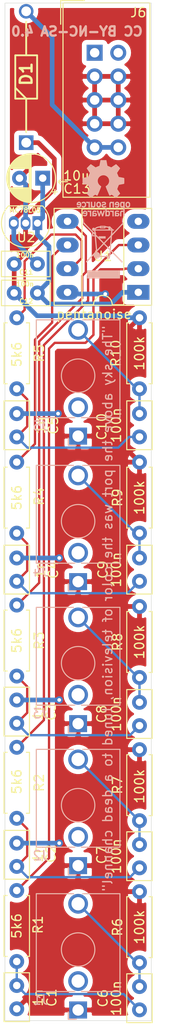
<source format=kicad_pcb>
(kicad_pcb (version 20171130) (host pcbnew "(5.1.4)-1")
  (layers (0 F.Cu signal) (31 B.Cu signal) (34 B.Paste user) (35 F.Paste user) (36 B.SilkS user) (37 F.SilkS user) (38 B.Mask user) (39 F.Mask user) (44 Edge.Cuts user))
  (net 0 "")
  (net 1 "Net-(C1-Pad2)")
  (net 2 Earth)
  (net 3 "Net-(C2-Pad2)")
  (net 4 "Net-(C3-Pad2)")
  (net 5 "Net-(C4-Pad2)")
  (net 6 "Net-(C10-Pad2)")
  (net 7 "Net-(C6-Pad1)")
  (net 8 "Net-(C7-Pad1)")
  (net 9 "Net-(C8-Pad1)")
  (net 10 "Net-(C9-Pad1)")
  (net 11 "Net-(C10-Pad1)")
  (net 12 +12V)
  (net 13 +5V)
  (net 14 "Net-(D1-Pad2)")
  (net 15 NOISE_1)
  (net 16 NOISE_2)
  (net 17 NOISE_3)
  (net 18 NOISE_4)
  (net 19 NOISE_5)
  (net 20 "Net-(U1-Pad4)")
  (net 21 "Net-(J6-Pad2)")
  (net 22 "Net-(J6-Pad1)")
  (module Symbol:WEEE-Logo_4.2x6mm_SilkScreen (layer B.Cu) (at 121.9835 69.342 180)
    (fp_text reference J26 hide)
    (fp_text value WEEE hide)
  )
  (module Symbol:OSHW-Logo_5.7x6mm_SilkScreen (layer B.Cu) (at 121.9835 62.6745 180)
    (fp_text reference J27 hide)
    (fp_text value OSHW hide)
  )
  (module Package_TO_SOT_THT:TO-92_Inline (layer F.Cu) (at 114.8715 66.421 180)
    (fp_text reference U2 (at 1.2065 -1.524) (layer F.SilkS))
    (fp_text value MC78L05 (at 1.3335 1.397) (layer F.SilkS) (effects (font (size 0.5 0.5) (thickness 0.125))))
    (pad 1 thru_hole rect (at 0 0 180) (size 1.05 1.5) (drill 0.75) (layers *.Cu *.Mask) (net 13 +5V))
    (pad 3 thru_hole oval (at 2.54 0 180) (size 1.05 1.5) (drill 0.75) (layers *.Cu *.Mask) (net 12 +12V))
    (pad 2 thru_hole oval (at 1.27 0 180) (size 1.05 1.5) (drill 0.75) (layers *.Cu *.Mask) (net 2 Earth))
  )
  (module Package_DIP:DIP-8_W7.62mm_Socket_LongPads (layer F.Cu) (at 125.73 73.8505 180)
    (fp_text reference U1 (at 3.81 3.8735) (layer F.SilkS))
    (fp_text value pentanoise (at 4.7625 -2.3495) (layer F.SilkS))
    (pad 8 thru_hole oval (at 7.62 0 180) (size 2.4 1.6) (drill 0.8) (layers *.Cu *.Mask) (net 2 Earth))
    (pad 4 thru_hole oval (at 0 7.62 180) (size 2.4 1.6) (drill 0.8) (layers *.Cu *.Mask) (net 20 "Net-(U1-Pad4)"))
    (pad 7 thru_hole oval (at 7.62 2.54 180) (size 2.4 1.6) (drill 0.8) (layers *.Cu *.Mask) (net 19 NOISE_5))
    (pad 3 thru_hole oval (at 0 5.08 180) (size 2.4 1.6) (drill 0.8) (layers *.Cu *.Mask) (net 16 NOISE_2))
    (pad 6 thru_hole oval (at 7.62 5.08 180) (size 2.4 1.6) (drill 0.8) (layers *.Cu *.Mask) (net 18 NOISE_4))
    (pad 2 thru_hole oval (at 0 2.54 180) (size 2.4 1.6) (drill 0.8) (layers *.Cu *.Mask) (net 15 NOISE_1))
    (pad 5 thru_hole oval (at 7.62 7.62 180) (size 2.4 1.6) (drill 0.8) (layers *.Cu *.Mask) (net 17 NOISE_3))
    (pad 1 thru_hole rect (at 0 0 180) (size 2.4 1.6) (drill 0.8) (layers *.Cu *.Mask) (net 13 +5V))
  )
  (module Resistor_THT:R_Axial_DIN0207_L6.3mm_D2.5mm_P7.62mm_Horizontal (layer F.Cu) (at 125.857 84.201 90)
    (fp_text reference R10 (at 3.81 -2.54 90) (layer F.SilkS))
    (fp_text value 100k (at 3.81 0 90) (layer F.SilkS))
    (pad 2 thru_hole oval (at 7.62 0 90) (size 1.6 1.6) (drill 0.8) (layers *.Cu *.Mask) (net 2 Earth))
    (pad 1 thru_hole circle (at 0 0 90) (size 1.6 1.6) (drill 0.8) (layers *.Cu *.Mask) (net 11 "Net-(C10-Pad1)"))
  )
  (module Resistor_THT:R_Axial_DIN0207_L6.3mm_D2.5mm_P7.62mm_Horizontal (layer F.Cu) (at 125.857 99.695 90)
    (fp_text reference R9 (at 3.81 -2.37 90) (layer F.SilkS))
    (fp_text value 100k (at 3.81 0 90) (layer F.SilkS))
    (pad 2 thru_hole oval (at 7.62 0 90) (size 1.6 1.6) (drill 0.8) (layers *.Cu *.Mask) (net 2 Earth))
    (pad 1 thru_hole circle (at 0 0 90) (size 1.6 1.6) (drill 0.8) (layers *.Cu *.Mask) (net 10 "Net-(C9-Pad1)"))
  )
  (module Resistor_THT:R_Axial_DIN0207_L6.3mm_D2.5mm_P7.62mm_Horizontal (layer F.Cu) (at 125.857 115.189 90)
    (fp_text reference R8 (at 3.81 -2.37 90) (layer F.SilkS))
    (fp_text value 100k (at 3.81 0 90) (layer F.SilkS))
    (pad 2 thru_hole oval (at 7.62 0 90) (size 1.6 1.6) (drill 0.8) (layers *.Cu *.Mask) (net 2 Earth))
    (pad 1 thru_hole circle (at 0 0 90) (size 1.6 1.6) (drill 0.8) (layers *.Cu *.Mask) (net 9 "Net-(C8-Pad1)"))
  )
  (module Resistor_THT:R_Axial_DIN0207_L6.3mm_D2.5mm_P7.62mm_Horizontal (layer F.Cu) (at 125.857 130.556 90)
    (fp_text reference R7 (at 3.81 -2.37 90) (layer F.SilkS))
    (fp_text value 100k (at 3.683 0 90) (layer F.SilkS))
    (pad 2 thru_hole oval (at 7.62 0 90) (size 1.6 1.6) (drill 0.8) (layers *.Cu *.Mask) (net 2 Earth))
    (pad 1 thru_hole circle (at 0 0 90) (size 1.6 1.6) (drill 0.8) (layers *.Cu *.Mask) (net 8 "Net-(C7-Pad1)"))
  )
  (module Resistor_THT:R_Axial_DIN0207_L6.3mm_D2.5mm_P7.62mm_Horizontal (layer F.Cu) (at 125.857 145.796 90)
    (fp_text reference R6 (at 3.81 -2.37 90) (layer F.SilkS))
    (fp_text value 100k (at 3.81 0 90) (layer F.SilkS))
    (pad 2 thru_hole oval (at 7.62 0 90) (size 1.6 1.6) (drill 0.8) (layers *.Cu *.Mask) (net 2 Earth))
    (pad 1 thru_hole circle (at 0 0 90) (size 1.6 1.6) (drill 0.8) (layers *.Cu *.Mask) (net 7 "Net-(C6-Pad1)"))
  )
  (module Resistor_THT:R_Axial_DIN0207_L6.3mm_D2.5mm_P7.62mm_Horizontal (layer F.Cu) (at 112.649 84.201 90)
    (fp_text reference R5 (at 3.81 2.413 90) (layer F.SilkS))
    (fp_text value 5k6 (at 3.683 0 90) (layer F.SilkS))
    (pad 2 thru_hole oval (at 7.62 0 90) (size 1.6 1.6) (drill 0.8) (layers *.Cu *.Mask) (net 19 NOISE_5))
    (pad 1 thru_hole circle (at 0 0 90) (size 1.6 1.6) (drill 0.8) (layers *.Cu *.Mask) (net 6 "Net-(C10-Pad2)"))
  )
  (module Resistor_THT:R_Axial_DIN0207_L6.3mm_D2.5mm_P7.62mm_Horizontal (layer F.Cu) (at 112.649 99.695 90)
    (fp_text reference R4 (at 3.937 2.413 90) (layer F.SilkS))
    (fp_text value 5k6 (at 3.81 0 90) (layer F.SilkS))
    (pad 2 thru_hole oval (at 7.62 0 90) (size 1.6 1.6) (drill 0.8) (layers *.Cu *.Mask) (net 18 NOISE_4))
    (pad 1 thru_hole circle (at 0 0 90) (size 1.6 1.6) (drill 0.8) (layers *.Cu *.Mask) (net 5 "Net-(C4-Pad2)"))
  )
  (module Resistor_THT:R_Axial_DIN0207_L6.3mm_D2.5mm_P7.62mm_Horizontal (layer F.Cu) (at 112.649 115.0366 90)
    (fp_text reference R3 (at 3.81 2.413 90) (layer F.SilkS))
    (fp_text value 5k6 (at 3.81 0 90) (layer F.SilkS))
    (pad 2 thru_hole oval (at 7.62 0 90) (size 1.6 1.6) (drill 0.8) (layers *.Cu *.Mask) (net 17 NOISE_3))
    (pad 1 thru_hole circle (at 0 0 90) (size 1.6 1.6) (drill 0.8) (layers *.Cu *.Mask) (net 4 "Net-(C3-Pad2)"))
  )
  (module Resistor_THT:R_Axial_DIN0207_L6.3mm_D2.5mm_P7.62mm_Horizontal (layer F.Cu) (at 112.649 130.302 90)
    (fp_text reference R2 (at 3.81 2.413 90) (layer F.SilkS))
    (fp_text value 5k6 (at 3.937 0 90) (layer F.SilkS))
    (pad 2 thru_hole oval (at 7.62 0 90) (size 1.6 1.6) (drill 0.8) (layers *.Cu *.Mask) (net 16 NOISE_2))
    (pad 1 thru_hole circle (at 0 0 90) (size 1.6 1.6) (drill 0.8) (layers *.Cu *.Mask) (net 3 "Net-(C2-Pad2)"))
  )
  (module Resistor_THT:R_Axial_DIN0207_L6.3mm_D2.5mm_P7.62mm_Horizontal (layer F.Cu) (at 112.649 145.669 90)
    (fp_text reference R1 (at 3.937 2.286 90) (layer F.SilkS))
    (fp_text value 5k6 (at 3.81 0 90) (layer F.SilkS))
    (pad 2 thru_hole oval (at 7.62 0 90) (size 1.6 1.6) (drill 0.8) (layers *.Cu *.Mask) (net 15 NOISE_1))
    (pad 1 thru_hole circle (at 0 0 90) (size 1.6 1.6) (drill 0.8) (layers *.Cu *.Mask) (net 1 "Net-(C1-Pad2)"))
  )
  (module Connector_IDC:IDC-Header_2x05_P2.54mm_Vertical (layer F.Cu) (at 121.031 48.133)
    (fp_text reference J6 (at 4.699 -4.318) (layer F.SilkS))
    (fp_text value Conn_02x05_Odd_Even)
    (pad 10 thru_hole oval (at 2.54 10.16) (size 1.7272 1.7272) (drill 1.016) (layers *.Cu *.Mask) (net 14 "Net-(D1-Pad2)"))
    (pad 9 thru_hole oval (at 0 10.16) (size 1.7272 1.7272) (drill 1.016) (layers *.Cu *.Mask) (net 14 "Net-(D1-Pad2)"))
    (pad 8 thru_hole oval (at 2.54 7.62) (size 1.7272 1.7272) (drill 1.016) (layers *.Cu *.Mask) (net 2 Earth))
    (pad 7 thru_hole oval (at 0 7.62) (size 1.7272 1.7272) (drill 1.016) (layers *.Cu *.Mask) (net 2 Earth))
    (pad 6 thru_hole oval (at 2.54 5.08) (size 1.7272 1.7272) (drill 1.016) (layers *.Cu *.Mask) (net 2 Earth))
    (pad 5 thru_hole oval (at 0 5.08) (size 1.7272 1.7272) (drill 1.016) (layers *.Cu *.Mask) (net 2 Earth))
    (pad 4 thru_hole oval (at 2.54 2.54) (size 1.7272 1.7272) (drill 1.016) (layers *.Cu *.Mask) (net 2 Earth))
    (pad 3 thru_hole oval (at 0 2.54) (size 1.7272 1.7272) (drill 1.016) (layers *.Cu *.Mask) (net 2 Earth))
    (pad 2 thru_hole oval (at 2.54 0) (size 1.7272 1.7272) (drill 1.016) (layers *.Cu *.Mask) (net 21 "Net-(J6-Pad2)"))
    (pad 1 thru_hole rect (at 0 0) (size 1.7272 1.7272) (drill 1.016) (layers *.Cu *.Mask) (net 22 "Net-(J6-Pad1)"))
  )
  (module Connector_Audio:Jack_3.5mm_QingPu_WQP-PJ398SM_Vertical_CircularHoles (layer B.Cu) (at 119.253 89.281)
    (fp_text reference J5 (at -4.03 -1.08 180) (layer B.SilkS) (effects (justify mirror)))
    (fp_text value AudioJack2)
    (pad T thru_hole circle (at 0 -11.4 180) (size 2.13 2.13) (drill 1.43) (layers *.Cu *.Mask) (net 11 "Net-(C10-Pad1)"))
    (pad S thru_hole rect (at 0 0 180) (size 1.93 1.83) (drill 1.22) (layers *.Cu *.Mask) (net 2 Earth))
    (pad TN thru_hole circle (at 0 -3.1 180) (size 2.13 2.13) (drill 1.42) (layers *.Cu *.Mask))
  )
  (module Connector_Audio:Jack_3.5mm_QingPu_WQP-PJ398SM_Vertical_CircularHoles (layer B.Cu) (at 119.253 104.902)
    (fp_text reference J4 (at -4.03 -1.08 180) (layer B.SilkS) (effects (justify mirror)))
    (fp_text value AudioJack2)
    (pad T thru_hole circle (at 0 -11.4 180) (size 2.13 2.13) (drill 1.43) (layers *.Cu *.Mask) (net 10 "Net-(C9-Pad1)"))
    (pad S thru_hole rect (at 0 0 180) (size 1.93 1.83) (drill 1.22) (layers *.Cu *.Mask) (net 2 Earth))
    (pad TN thru_hole circle (at 0 -3.1 180) (size 2.13 2.13) (drill 1.42) (layers *.Cu *.Mask))
  )
  (module Connector_Audio:Jack_3.5mm_QingPu_WQP-PJ398SM_Vertical_CircularHoles (layer B.Cu) (at 119.253 120.142)
    (fp_text reference J3 (at -4.03 -1.08 180) (layer B.SilkS) (effects (justify mirror)))
    (fp_text value AudioJack2)
    (pad T thru_hole circle (at 0 -11.4 180) (size 2.13 2.13) (drill 1.43) (layers *.Cu *.Mask) (net 9 "Net-(C8-Pad1)"))
    (pad S thru_hole rect (at 0 0 180) (size 1.93 1.83) (drill 1.22) (layers *.Cu *.Mask) (net 2 Earth))
    (pad TN thru_hole circle (at 0 -3.1 180) (size 2.13 2.13) (drill 1.42) (layers *.Cu *.Mask))
  )
  (module Connector_Audio:Jack_3.5mm_QingPu_WQP-PJ398SM_Vertical_CircularHoles (layer B.Cu) (at 119.253 135.382)
    (fp_text reference J2 (at -4.03 -1.08 180) (layer B.SilkS) (effects (justify mirror)))
    (fp_text value AudioJack2)
    (pad T thru_hole circle (at 0 -11.4 180) (size 2.13 2.13) (drill 1.43) (layers *.Cu *.Mask) (net 8 "Net-(C7-Pad1)"))
    (pad S thru_hole rect (at 0 0 180) (size 1.93 1.83) (drill 1.22) (layers *.Cu *.Mask) (net 2 Earth))
    (pad TN thru_hole circle (at 0 -3.1 180) (size 2.13 2.13) (drill 1.42) (layers *.Cu *.Mask))
  )
  (module Connector_Audio:Jack_3.5mm_QingPu_WQP-PJ398SM_Vertical_CircularHoles (layer B.Cu) (at 119.253 150.876)
    (fp_text reference J1 (at -4.03 -1.08 180) (layer B.SilkS) (effects (justify mirror)))
    (fp_text value AudioJack2)
    (pad T thru_hole circle (at 0 -11.4 180) (size 2.13 2.13) (drill 1.43) (layers *.Cu *.Mask) (net 7 "Net-(C6-Pad1)"))
    (pad S thru_hole rect (at 0 0 180) (size 1.93 1.83) (drill 1.22) (layers *.Cu *.Mask) (net 2 Earth))
    (pad TN thru_hole circle (at 0 -3.1 180) (size 2.13 2.13) (drill 1.42) (layers *.Cu *.Mask))
  )
  (module RS:DIOAD1405W86L465D235 (layer F.Cu) (at 113.665 57.785 90)
    (fp_text reference D1 (at 7.366 0 90) (layer F.SilkS) (effects (font (size 1.27 1.27) (thickness 0.254))))
    (fp_text value D_Schottky hide)
    (pad 2 thru_hole circle (at 14.1 0 90) (size 1.575 1.575) (drill 1.05) (layers *.Cu *.Mask) (net 14 "Net-(D1-Pad2)"))
    (pad 1 thru_hole rect (at 0 0 90) (size 1.575 1.575) (drill 1.05) (layers *.Cu *.Mask) (net 12 +12V))
  )
  (module Capacitor_THT:CP_Radial_D5.0mm_P2.50mm (layer F.Cu) (at 115.443 61.595 180)
    (fp_text reference C13 (at -3.683 -1.143) (layer F.SilkS))
    (fp_text value 10u (at -3.6195 0.254) (layer F.SilkS))
    (pad 2 thru_hole circle (at 2.5 0 180) (size 1.6 1.6) (drill 0.8) (layers *.Cu *.Mask) (net 2 Earth))
    (pad 1 thru_hole rect (at 0 0 180) (size 1.6 1.6) (drill 0.8) (layers *.Cu *.Mask) (net 13 +5V))
  )
  (module Capacitor_THT:C_Disc_D5.0mm_W2.5mm_P2.50mm (layer F.Cu) (at 114.8715 73.914 180)
    (fp_text reference C12 (at 1.2065 -0.889) (layer F.SilkS) (effects (font (size 0.5 0.5) (thickness 0.125))))
    (fp_text value 100n (at 1.3335 0.9525) (layer F.SilkS) (effects (font (size 0.5 0.5) (thickness 0.125))))
    (pad 2 thru_hole circle (at 2.5 0 180) (size 1.6 1.6) (drill 0.8) (layers *.Cu *.Mask) (net 2 Earth))
    (pad 1 thru_hole circle (at 0 0 180) (size 1.6 1.6) (drill 0.8) (layers *.Cu *.Mask) (net 13 +5V))
  )
  (module Capacitor_THT:C_Disc_D5.0mm_W2.5mm_P2.50mm (layer F.Cu) (at 114.8715 70.8025 180)
    (fp_text reference C11 (at 1.2065 -0.889) (layer F.SilkS) (effects (font (size 0.5 0.5) (thickness 0.125))))
    (fp_text value 100n (at 1.3335 0.9525) (layer F.SilkS) (effects (font (size 0.5 0.5) (thickness 0.125))))
    (pad 2 thru_hole circle (at 2.5 0 180) (size 1.6 1.6) (drill 0.8) (layers *.Cu *.Mask) (net 2 Earth))
    (pad 1 thru_hole circle (at 0 0 180) (size 1.6 1.6) (drill 0.8) (layers *.Cu *.Mask) (net 12 +12V))
  )
  (module Capacitor_THT:C_Disc_D5.0mm_W2.5mm_P2.50mm (layer F.Cu) (at 125.857 86.868 270)
    (fp_text reference C10 (at 1.397 4.064 90) (layer F.SilkS))
    (fp_text value 100n (at 1.25 2.5 90) (layer F.SilkS))
    (pad 2 thru_hole circle (at 2.5 0 270) (size 1.6 1.6) (drill 0.8) (layers *.Cu *.Mask) (net 6 "Net-(C10-Pad2)"))
    (pad 1 thru_hole circle (at 0 0 270) (size 1.6 1.6) (drill 0.8) (layers *.Cu *.Mask) (net 11 "Net-(C10-Pad1)"))
  )
  (module Capacitor_THT:C_Disc_D5.0mm_W2.5mm_P2.50mm (layer F.Cu) (at 125.857 102.362 270)
    (fp_text reference C9 (at 1.25 3.937 90) (layer F.SilkS))
    (fp_text value 100n (at 1.25 2.5 90) (layer F.SilkS))
    (pad 2 thru_hole circle (at 2.5 0 270) (size 1.6 1.6) (drill 0.8) (layers *.Cu *.Mask) (net 5 "Net-(C4-Pad2)"))
    (pad 1 thru_hole circle (at 0 0 270) (size 1.6 1.6) (drill 0.8) (layers *.Cu *.Mask) (net 10 "Net-(C9-Pad1)"))
  )
  (module Capacitor_THT:C_Disc_D5.0mm_W2.5mm_P2.50mm (layer F.Cu) (at 125.857 117.856 270)
    (fp_text reference C8 (at 1.25 4.064 90) (layer F.SilkS))
    (fp_text value 100n (at 1.25 2.5 90) (layer F.SilkS))
    (pad 2 thru_hole circle (at 2.5 0 270) (size 1.6 1.6) (drill 0.8) (layers *.Cu *.Mask) (net 4 "Net-(C3-Pad2)"))
    (pad 1 thru_hole circle (at 0 0 270) (size 1.6 1.6) (drill 0.8) (layers *.Cu *.Mask) (net 9 "Net-(C8-Pad1)"))
  )
  (module Capacitor_THT:C_Disc_D5.0mm_W2.5mm_P2.50mm (layer F.Cu) (at 125.857 133.1214 270)
    (fp_text reference C7 (at 1.1176 4.064 90) (layer F.SilkS))
    (fp_text value 100n (at 1.25 2.5 90) (layer F.SilkS))
    (pad 2 thru_hole circle (at 2.5 0 270) (size 1.6 1.6) (drill 0.8) (layers *.Cu *.Mask) (net 3 "Net-(C2-Pad2)"))
    (pad 1 thru_hole circle (at 0 0 270) (size 1.6 1.6) (drill 0.8) (layers *.Cu *.Mask) (net 8 "Net-(C7-Pad1)"))
  )
  (module Capacitor_THT:C_Disc_D5.0mm_W2.5mm_P2.50mm (layer F.Cu) (at 125.857 148.3614 270)
    (fp_text reference C6 (at 1.25 3.937 90) (layer F.SilkS))
    (fp_text value 100n (at 1.25 2.5 90) (layer F.SilkS))
    (pad 2 thru_hole circle (at 2.5 0 270) (size 1.6 1.6) (drill 0.8) (layers *.Cu *.Mask) (net 1 "Net-(C1-Pad2)"))
    (pad 1 thru_hole circle (at 0 0 270) (size 1.6 1.6) (drill 0.8) (layers *.Cu *.Mask) (net 7 "Net-(C6-Pad1)"))
  )
  (module Capacitor_THT:C_Disc_D5.0mm_W2.5mm_P2.50mm (layer F.Cu) (at 112.649 86.868 270)
    (fp_text reference C5 (at 1.27 -3.937 90) (layer F.SilkS))
    (fp_text value 1n (at 1.25 -2.54 90) (layer F.SilkS))
    (pad 2 thru_hole circle (at 2.5 0 270) (size 1.6 1.6) (drill 0.8) (layers *.Cu *.Mask) (net 6 "Net-(C10-Pad2)"))
    (pad 1 thru_hole circle (at 0 0 270) (size 1.6 1.6) (drill 0.8) (layers *.Cu *.Mask) (net 2 Earth))
  )
  (module Capacitor_THT:C_Disc_D5.0mm_W2.5mm_P2.50mm (layer F.Cu) (at 112.649 102.362 270)
    (fp_text reference C4 (at 1.27 -3.937 90) (layer F.SilkS))
    (fp_text value 1n (at 1.25 -2.54 90) (layer F.SilkS))
    (pad 2 thru_hole circle (at 2.5 0 270) (size 1.6 1.6) (drill 0.8) (layers *.Cu *.Mask) (net 5 "Net-(C4-Pad2)"))
    (pad 1 thru_hole circle (at 0 0 270) (size 1.6 1.6) (drill 0.8) (layers *.Cu *.Mask) (net 2 Earth))
  )
  (module Capacitor_THT:C_Disc_D5.0mm_W2.5mm_P2.50mm (layer F.Cu) (at 112.649 117.602 270)
    (fp_text reference C3 (at 1.25 -3.683 90) (layer F.SilkS))
    (fp_text value 1n (at 1.25 -2.286 90) (layer F.SilkS))
    (pad 2 thru_hole circle (at 2.5 0 270) (size 1.6 1.6) (drill 0.8) (layers *.Cu *.Mask) (net 4 "Net-(C3-Pad2)"))
    (pad 1 thru_hole circle (at 0 0 270) (size 1.6 1.6) (drill 0.8) (layers *.Cu *.Mask) (net 2 Earth))
  )
  (module Capacitor_THT:C_Disc_D5.0mm_W2.5mm_P2.50mm (layer F.Cu) (at 112.649 132.969 270)
    (fp_text reference C2 (at 1.143 -3.683 90) (layer F.SilkS))
    (fp_text value 1n (at 1.143 -2.286 90) (layer F.SilkS))
    (pad 2 thru_hole circle (at 2.5 0 270) (size 1.6 1.6) (drill 0.8) (layers *.Cu *.Mask) (net 3 "Net-(C2-Pad2)"))
    (pad 1 thru_hole circle (at 0 0 270) (size 1.6 1.6) (drill 0.8) (layers *.Cu *.Mask) (net 2 Earth))
  )
  (module Capacitor_THT:C_Disc_D5.0mm_W2.5mm_P2.50mm (layer F.Cu) (at 112.649 150.749 90)
    (fp_text reference C1 (at 1.1938 3.7592 90) (layer F.SilkS))
    (fp_text value 1n (at 1.1938 2.286 90) (layer F.SilkS))
    (pad 2 thru_hole circle (at 2.5 0 90) (size 1.6 1.6) (drill 0.8) (layers *.Cu *.Mask) (net 1 "Net-(C1-Pad2)"))
    (pad 1 thru_hole circle (at 0 0 90) (size 1.6 1.6) (drill 0.8) (layers *.Cu *.Mask) (net 2 Earth))
  )
  (gr_text "CC BY-NC-SA 4.0" (at 119.126 45.847) (layer B.SilkS) (effects (font (size 1 1) (thickness 0.25)) (justify mirror)))
  (gr_text "\"The sky above the port was the color of television, tuned to a dead channel\"" (at 122.428 107.7976 90) (layer B.SilkS) (effects (font (size 1 1)) (justify mirror)))
  (gr_line (start 117.094 61.976) (end 117.4115 61.722) (layer F.SilkS) (width 0.12))
  (gr_line (start 117.094 61.976) (end 117.4115 62.2935) (layer F.SilkS) (width 0.12))
  (gr_line (start 118.11 61.976) (end 117.094 61.976) (layer F.SilkS) (width 0.12))
  (gr_line (start 111.379 42.799) (end 111.379 152.019) (layer Edge.Cuts) (width 0.05))
  (gr_line (start 127.127 42.799) (end 111.379 42.799) (layer Edge.Cuts) (width 0.05))
  (gr_line (start 127.127 152.019) (end 127.127 42.799) (layer Edge.Cuts) (width 0.05))
  (gr_line (start 111.379 152.019) (end 127.127 152.019) (layer Edge.Cuts) (width 0.05))
  (segment (start 112.649 145.669) (end 112.649 148.249) (width 0.25) (layer B.Cu) (net 1))
  (segment (start 125.057001 150.061401) (end 125.857 150.8614) (width 0.25) (layer B.Cu) (net 1))
  (segment (start 124.161601 149.166001) (end 125.057001 150.061401) (width 0.25) (layer B.Cu) (net 1))
  (segment (start 113.566001 149.166001) (end 124.161601 149.166001) (width 0.25) (layer B.Cu) (net 1))
  (segment (start 112.649 148.249) (end 113.566001 149.166001) (width 0.25) (layer B.Cu) (net 1))
  (segment (start 112.3715 73.914) (end 112.3715 70.8025) (width 0.5) (layer F.Cu) (net 2))
  (segment (start 125.057001 91.275001) (end 125.857 92.075) (width 0.5) (layer F.Cu) (net 2))
  (segment (start 124.606999 90.824999) (end 125.057001 91.275001) (width 0.5) (layer F.Cu) (net 2))
  (segment (start 124.606999 77.831001) (end 124.606999 90.824999) (width 0.5) (layer F.Cu) (net 2))
  (segment (start 125.857 76.581) (end 124.606999 77.831001) (width 0.5) (layer F.Cu) (net 2))
  (segment (start 112.649 86.868) (end 113.78037 86.868) (width 0.5) (layer B.Cu) (net 2))
  (segment (start 113.78037 86.868) (end 117.094 86.868) (width 0.5) (layer B.Cu) (net 2))
  (segment (start 117.094 86.868) (end 117.094 86.868) (width 0.5) (layer B.Cu) (net 2))
  (via (at 117.094 86.868) (size 0.8) (drill 0.4) (layers F.Cu B.Cu) (net 2))
  (segment (start 113.90737 102.362) (end 117.221 102.362) (width 0.5) (layer B.Cu) (net 2))
  (segment (start 117.221 102.362) (end 117.221 102.362) (width 0.5) (layer B.Cu) (net 2))
  (segment (start 112.776 102.362) (end 113.90737 102.362) (width 0.5) (layer B.Cu) (net 2))
  (via (at 117.221 102.362) (size 0.8) (drill 0.4) (layers F.Cu B.Cu) (net 2))
  (via (at 117.221 117.602) (size 0.8) (drill 0.4) (layers F.Cu B.Cu) (net 2))
  (segment (start 117.221 117.602) (end 117.221 117.602) (width 0.5) (layer B.Cu) (net 2))
  (segment (start 112.776 117.602) (end 113.90737 117.602) (width 0.5) (layer B.Cu) (net 2))
  (segment (start 113.90737 117.602) (end 117.221 117.602) (width 0.5) (layer B.Cu) (net 2))
  (via (at 117.221 132.969) (size 0.8) (drill 0.4) (layers F.Cu B.Cu) (net 2))
  (segment (start 112.776 132.969) (end 113.90737 132.969) (width 0.5) (layer B.Cu) (net 2))
  (segment (start 117.221 132.969) (end 117.221 132.969) (width 0.5) (layer B.Cu) (net 2))
  (segment (start 113.90737 132.969) (end 117.221 132.969) (width 0.5) (layer B.Cu) (net 2))
  (segment (start 113.6015 62.2535) (end 112.943 61.595) (width 0.5) (layer B.Cu) (net 2))
  (segment (start 113.6015 66.421) (end 113.6015 62.2535) (width 0.5) (layer B.Cu) (net 2))
  (segment (start 113.6015 69.5725) (end 113.6015 66.421) (width 0.5) (layer F.Cu) (net 2))
  (segment (start 112.3715 70.8025) (end 113.6015 69.5725) (width 0.5) (layer F.Cu) (net 2))
  (segment (start 124.72563 76.581) (end 122.174 74.02937) (width 0.5) (layer F.Cu) (net 2))
  (segment (start 125.857 76.581) (end 124.72563 76.581) (width 0.5) (layer F.Cu) (net 2))
  (segment (start 122.174 74.02937) (end 122.174 74.02937) (width 0.5) (layer F.Cu) (net 2))
  (via (at 122.174 74.02937) (size 0.8) (drill 0.4) (layers F.Cu B.Cu) (net 2))
  (segment (start 118.28887 74.02937) (end 118.11 73.8505) (width 0.5) (layer B.Cu) (net 2))
  (segment (start 122.174 74.02937) (end 118.28887 74.02937) (width 0.5) (layer B.Cu) (net 2))
  (segment (start 124.72563 76.581) (end 125.857 76.581) (width 0.5) (layer B.Cu) (net 2))
  (segment (start 124.510629 76.365999) (end 124.72563 76.581) (width 0.5) (layer B.Cu) (net 2))
  (segment (start 114.823499 76.365999) (end 124.510629 76.365999) (width 0.5) (layer B.Cu) (net 2))
  (segment (start 112.3715 73.914) (end 114.823499 76.365999) (width 0.5) (layer B.Cu) (net 2))
  (segment (start 113.448999 136.268999) (end 112.649 135.469) (width 0.25) (layer B.Cu) (net 3))
  (segment (start 113.802001 136.622001) (end 113.448999 136.268999) (width 0.25) (layer B.Cu) (net 3))
  (segment (start 124.830999 136.622001) (end 113.802001 136.622001) (width 0.25) (layer B.Cu) (net 3))
  (segment (start 125.857 135.596) (end 124.830999 136.622001) (width 0.25) (layer B.Cu) (net 3))
  (segment (start 113.448999 131.101999) (end 112.649 130.302) (width 0.25) (layer F.Cu) (net 3))
  (segment (start 113.774001 131.427001) (end 113.448999 131.101999) (width 0.25) (layer F.Cu) (net 3))
  (segment (start 113.774001 134.343999) (end 113.774001 131.427001) (width 0.25) (layer F.Cu) (net 3))
  (segment (start 112.649 135.469) (end 113.774001 134.343999) (width 0.25) (layer F.Cu) (net 3))
  (segment (start 113.448999 120.901999) (end 112.649 120.102) (width 0.25) (layer B.Cu) (net 4))
  (segment (start 113.929001 121.382001) (end 113.448999 120.901999) (width 0.25) (layer B.Cu) (net 4))
  (segment (start 124.830999 121.382001) (end 113.929001 121.382001) (width 0.25) (layer B.Cu) (net 4))
  (segment (start 125.857 120.356) (end 124.830999 121.382001) (width 0.25) (layer B.Cu) (net 4))
  (segment (start 113.448999 115.836599) (end 112.649 115.0366) (width 0.25) (layer F.Cu) (net 4))
  (segment (start 113.774001 116.161601) (end 113.448999 115.836599) (width 0.25) (layer F.Cu) (net 4))
  (segment (start 113.774001 118.976999) (end 113.774001 116.161601) (width 0.25) (layer F.Cu) (net 4))
  (segment (start 112.649 120.102) (end 113.774001 118.976999) (width 0.25) (layer F.Cu) (net 4))
  (segment (start 113.448999 105.661999) (end 112.649 104.862) (width 0.25) (layer B.Cu) (net 5))
  (segment (start 113.929001 106.142001) (end 113.448999 105.661999) (width 0.25) (layer B.Cu) (net 5))
  (segment (start 124.576999 106.142001) (end 113.929001 106.142001) (width 0.25) (layer B.Cu) (net 5))
  (segment (start 125.857 104.862) (end 124.576999 106.142001) (width 0.25) (layer B.Cu) (net 5))
  (segment (start 113.448999 100.494999) (end 112.649 99.695) (width 0.25) (layer F.Cu) (net 5))
  (segment (start 113.774001 100.820001) (end 113.448999 100.494999) (width 0.25) (layer F.Cu) (net 5))
  (segment (start 113.774001 103.736999) (end 113.774001 100.820001) (width 0.25) (layer F.Cu) (net 5))
  (segment (start 112.649 104.862) (end 113.774001 103.736999) (width 0.25) (layer F.Cu) (net 5))
  (segment (start 113.448999 90.167999) (end 112.649 89.368) (width 0.25) (layer B.Cu) (net 6))
  (segment (start 125.857 89.368) (end 124.72563 89.368) (width 0.25) (layer B.Cu) (net 6))
  (segment (start 124.72563 89.368) (end 123.572629 90.521001) (width 0.25) (layer B.Cu) (net 6))
  (segment (start 123.572629 90.521001) (end 113.802001 90.521001) (width 0.25) (layer B.Cu) (net 6))
  (segment (start 113.802001 90.521001) (end 113.448999 90.167999) (width 0.25) (layer B.Cu) (net 6))
  (segment (start 113.448999 88.568001) (end 112.649 89.368) (width 0.25) (layer F.Cu) (net 6))
  (segment (start 113.774001 88.242999) (end 113.448999 88.568001) (width 0.25) (layer F.Cu) (net 6))
  (segment (start 113.774001 85.326001) (end 113.774001 88.242999) (width 0.25) (layer F.Cu) (net 6))
  (segment (start 112.649 84.201) (end 113.774001 85.326001) (width 0.25) (layer F.Cu) (net 6))
  (segment (start 125.857 146.92737) (end 125.857 148.336) (width 0.25) (layer B.Cu) (net 7))
  (segment (start 125.857 145.796) (end 125.857 146.92737) (width 0.25) (layer B.Cu) (net 7))
  (segment (start 125.573 145.796) (end 125.857 145.796) (width 0.25) (layer B.Cu) (net 7))
  (segment (start 119.253 139.476) (end 125.573 145.796) (width 0.25) (layer B.Cu) (net 7))
  (segment (start 125.857 131.68737) (end 125.857 133.096) (width 0.25) (layer B.Cu) (net 8))
  (segment (start 125.857 130.556) (end 125.857 131.68737) (width 0.25) (layer B.Cu) (net 8))
  (segment (start 125.827 130.556) (end 125.857 130.556) (width 0.25) (layer B.Cu) (net 8))
  (segment (start 119.253 123.982) (end 125.827 130.556) (width 0.25) (layer B.Cu) (net 8))
  (segment (start 125.857 116.32037) (end 125.857 117.856) (width 0.25) (layer B.Cu) (net 9))
  (segment (start 125.857 115.189) (end 125.857 116.32037) (width 0.25) (layer B.Cu) (net 9))
  (segment (start 125.7 115.189) (end 125.857 115.189) (width 0.25) (layer B.Cu) (net 9))
  (segment (start 119.253 108.742) (end 125.7 115.189) (width 0.25) (layer B.Cu) (net 9))
  (segment (start 125.857 100.82637) (end 125.857 102.362) (width 0.25) (layer B.Cu) (net 10))
  (segment (start 125.857 99.695) (end 125.857 100.82637) (width 0.25) (layer B.Cu) (net 10))
  (segment (start 125.446 99.695) (end 125.857 99.695) (width 0.25) (layer B.Cu) (net 10))
  (segment (start 119.253 93.502) (end 125.446 99.695) (width 0.25) (layer B.Cu) (net 10))
  (segment (start 125.857 85.33237) (end 125.857 86.868) (width 0.25) (layer B.Cu) (net 11))
  (segment (start 125.857 84.201) (end 125.857 85.33237) (width 0.25) (layer B.Cu) (net 11))
  (segment (start 125.573 84.201) (end 125.857 84.201) (width 0.25) (layer B.Cu) (net 11))
  (segment (start 119.253 77.881) (end 125.573 84.201) (width 0.25) (layer B.Cu) (net 11))
  (segment (start 112.3315 68.2625) (end 114.8715 70.8025) (width 0.5) (layer B.Cu) (net 12))
  (segment (start 112.3315 66.421) (end 112.3315 68.2625) (width 0.5) (layer B.Cu) (net 12))
  (segment (start 112.3315 66.087128) (end 112.3315 66.421) (width 0.5) (layer F.Cu) (net 12))
  (segment (start 113.197638 65.22099) (end 112.3315 66.087128) (width 0.5) (layer F.Cu) (net 12))
  (segment (start 114.227012 65.22099) (end 113.197638 65.22099) (width 0.5) (layer F.Cu) (net 12))
  (segment (start 116.693001 62.755001) (end 114.227012 65.22099) (width 0.5) (layer F.Cu) (net 12))
  (segment (start 116.693001 59.525501) (end 116.693001 62.755001) (width 0.5) (layer F.Cu) (net 12))
  (segment (start 114.9525 57.785) (end 116.693001 59.525501) (width 0.5) (layer F.Cu) (net 12))
  (segment (start 113.665 57.785) (end 114.9525 57.785) (width 0.5) (layer F.Cu) (net 12))
  (segment (start 115.443 65.8495) (end 114.8715 66.421) (width 0.5) (layer B.Cu) (net 13))
  (segment (start 115.443 61.595) (end 115.443 65.8495) (width 0.5) (layer B.Cu) (net 13))
  (segment (start 114.8715 67.671) (end 114.8715 66.421) (width 0.5) (layer B.Cu) (net 13))
  (segment (start 116.121501 68.921001) (end 114.8715 67.671) (width 0.5) (layer B.Cu) (net 13))
  (segment (start 116.121501 72.663999) (end 116.121501 68.921001) (width 0.5) (layer B.Cu) (net 13))
  (segment (start 114.8715 73.914) (end 116.121501 72.663999) (width 0.5) (layer B.Cu) (net 13))
  (segment (start 124.03 73.8505) (end 125.73 73.8505) (width 0.5) (layer B.Cu) (net 13))
  (segment (start 122.77999 75.10051) (end 124.03 73.8505) (width 0.5) (layer B.Cu) (net 13))
  (segment (start 116.05801 75.10051) (end 122.77999 75.10051) (width 0.5) (layer B.Cu) (net 13))
  (segment (start 114.8715 73.914) (end 116.05801 75.10051) (width 0.5) (layer B.Cu) (net 13))
  (segment (start 123.571 58.293) (end 121.031 58.293) (width 0.5) (layer B.Cu) (net 14))
  (segment (start 121.031 58.293) (end 116.459 53.721) (width 0.5) (layer B.Cu) (net 14))
  (segment (start 116.459 46.479) (end 113.665 43.685) (width 0.5) (layer B.Cu) (net 14))
  (segment (start 116.459 53.721) (end 116.459 46.479) (width 0.5) (layer B.Cu) (net 14))
  (segment (start 124.28 71.3105) (end 124.2165 71.374) (width 0.25) (layer F.Cu) (net 15))
  (segment (start 125.73 71.3105) (end 124.28 71.3105) (width 0.25) (layer F.Cu) (net 15))
  (segment (start 124.2165 71.374) (end 121.666 71.374) (width 0.25) (layer F.Cu) (net 15))
  (segment (start 121.666 71.374) (end 120.904 72.136) (width 0.25) (layer F.Cu) (net 15))
  (segment (start 120.047201 79.271001) (end 116.736001 79.271001) (width 0.25) (layer F.Cu) (net 15))
  (segment (start 120.904 72.136) (end 120.904 78.414202) (width 0.25) (layer F.Cu) (net 15))
  (segment (start 120.904 78.414202) (end 120.047201 79.271001) (width 0.25) (layer F.Cu) (net 15))
  (segment (start 116.736001 79.271001) (end 116.124002 79.883) (width 0.25) (layer F.Cu) (net 15))
  (segment (start 116.124002 134.573998) (end 112.649 138.049) (width 0.25) (layer F.Cu) (net 15))
  (segment (start 116.124002 79.883) (end 116.124002 134.573998) (width 0.25) (layer F.Cu) (net 15))
  (segment (start 113.448999 121.882001) (end 112.649 122.682) (width 0.25) (layer F.Cu) (net 16))
  (segment (start 115.57 119.761) (end 113.448999 121.882001) (width 0.25) (layer F.Cu) (net 16))
  (segment (start 125.73 68.7705) (end 123.633089 68.7705) (width 0.25) (layer F.Cu) (net 16))
  (segment (start 120.326989 74.749809) (end 115.57 79.506798) (width 0.25) (layer F.Cu) (net 16))
  (segment (start 115.57 80.137) (end 115.57 119.761) (width 0.25) (layer F.Cu) (net 16))
  (segment (start 115.57 79.633798) (end 115.57 80.137) (width 0.25) (layer F.Cu) (net 16))
  (segment (start 115.57 79.506798) (end 115.57 80.137) (width 0.25) (layer F.Cu) (net 16))
  (segment (start 120.326989 72.076601) (end 120.776295 71.627295) (width 0.25) (layer F.Cu) (net 16))
  (segment (start 120.326989 74.749809) (end 120.326989 72.076601) (width 0.25) (layer F.Cu) (net 16))
  (segment (start 123.633089 68.7705) (end 120.776295 71.627295) (width 0.25) (layer F.Cu) (net 16))
  (segment (start 120.776295 71.627295) (end 120.453989 71.9496) (width 0.25) (layer F.Cu) (net 16))
  (segment (start 120.085021 71.682157) (end 119.691991 72.075187) (width 0.25) (layer F.Cu) (net 17))
  (segment (start 119.691991 72.075187) (end 119.691991 74.489598) (width 0.25) (layer F.Cu) (net 17))
  (segment (start 116.909011 77.272578) (end 116.909011 77.2754) (width 0.25) (layer F.Cu) (net 17))
  (segment (start 115.062 79.12241) (end 115.062 105.029) (width 0.25) (layer F.Cu) (net 17))
  (segment (start 113.448999 106.642001) (end 112.649 107.442) (width 0.25) (layer F.Cu) (net 17))
  (segment (start 115.062 105.029) (end 113.448999 106.642001) (width 0.25) (layer F.Cu) (net 17))
  (segment (start 120.085021 67.805521) (end 120.085021 71.682157) (width 0.25) (layer F.Cu) (net 17))
  (segment (start 118.51 66.2305) (end 120.085021 67.805521) (width 0.25) (layer F.Cu) (net 17))
  (segment (start 116.909011 77.2754) (end 115.062 79.12241) (width 0.25) (layer F.Cu) (net 17))
  (segment (start 118.11 66.2305) (end 118.51 66.2305) (width 0.25) (layer F.Cu) (net 17))
  (segment (start 119.691991 74.489598) (end 116.909011 77.272578) (width 0.25) (layer F.Cu) (net 17))
  (segment (start 113.448999 91.275001) (end 112.649 92.075) (width 0.25) (layer F.Cu) (net 18))
  (segment (start 114.611989 90.112011) (end 113.448999 91.275001) (width 0.25) (layer F.Cu) (net 18))
  (segment (start 117.71 68.7705) (end 116.459 70.0215) (width 0.25) (layer F.Cu) (net 18))
  (segment (start 118.11 68.7705) (end 117.71 68.7705) (width 0.25) (layer F.Cu) (net 18))
  (segment (start 116.459 70.0215) (end 116.459 77.089) (width 0.25) (layer F.Cu) (net 18))
  (segment (start 114.611989 78.936011) (end 114.611989 81.718989) (width 0.25) (layer F.Cu) (net 18))
  (segment (start 116.459 77.089) (end 114.611989 78.936011) (width 0.25) (layer F.Cu) (net 18))
  (segment (start 114.611989 80.208991) (end 114.611989 81.718989) (width 0.25) (layer F.Cu) (net 18))
  (segment (start 114.611989 81.718989) (end 114.611989 90.112011) (width 0.25) (layer F.Cu) (net 18))
  (segment (start 113.448999 75.781001) (end 112.649 76.581) (width 0.25) (layer F.Cu) (net 19))
  (segment (start 113.496501 75.733499) (end 113.448999 75.781001) (width 0.25) (layer F.Cu) (net 19))
  (segment (start 113.496501 70.512497) (end 113.496501 75.733499) (width 0.25) (layer F.Cu) (net 19))
  (segment (start 116.363508 67.64549) (end 113.496501 70.512497) (width 0.25) (layer F.Cu) (net 19))
  (segment (start 118.975994 67.64549) (end 116.363508 67.64549) (width 0.25) (layer F.Cu) (net 19))
  (segment (start 119.63501 68.304506) (end 118.975994 67.64549) (width 0.25) (layer F.Cu) (net 19))
  (segment (start 119.63501 70.18549) (end 119.63501 68.304506) (width 0.25) (layer F.Cu) (net 19))
  (segment (start 118.51 71.3105) (end 119.63501 70.18549) (width 0.25) (layer F.Cu) (net 19))
  (segment (start 118.11 71.3105) (end 118.51 71.3105) (width 0.25) (layer F.Cu) (net 19))
  (zone (net 2) (net_name Earth) (layer F.Cu) (connect_pads (clearance 0.508)) (min_thickness 0.254) (fill yes (arc_segments 32) (thermal_gap 0.508) (thermal_bridge_width 0.508))
    (polygon (pts (xy 127.381 151.892) (xy 111.125 152.273) (xy 110.871 42.672) (xy 127.127 42.672)))
  )
)
</source>
